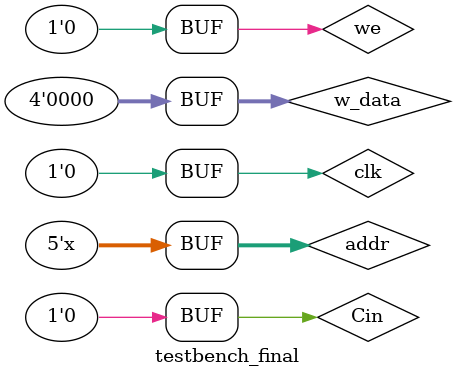
<source format=v>
module testbench_final;
    
    // parameter
    parameter CYCLE = 1000; // clock cycle
    parameter HALF_CYCLE = 500; // half cycle
    parameter DLY = 500; // delay
    
    // wire/reg
    reg clk, we;
    reg [4:0] addr;
    reg [3:0] w_data;
    reg Cin;
    wire [3:0] outS;
    wire Cout;

    // DUT module
    memo_ripple4 memo_ripple4_0 (
        .clk(clk),
        .we(we),
        .addr(addr),
	.w_data(w_data),
	.Cin1(Cin),
	.outS(outS),
	.Cout(Cout)
    );

    // clock generator
    always begin
        clk = 1'b1;
        #(HALF_CYCLE) clk = 1'b0;
//	$display("r_data=%b", r_data);
        #(HALF_CYCLE);
        addr = addr+1;
    end
//    always begin
//	#(HALF_CYCLE*2) addr = addr +1;
//    end
    // test scenario
//    integer i;
    initial begin
	we = 0;
	addr = 0;
	w_data = 0;
	Cin = 0;
//	for (i = 0; i < 10; i = i+1) begin
//	   addr = addr +1;
//	   #500;
//	end
    # 10000;
    end

endmodule


</source>
